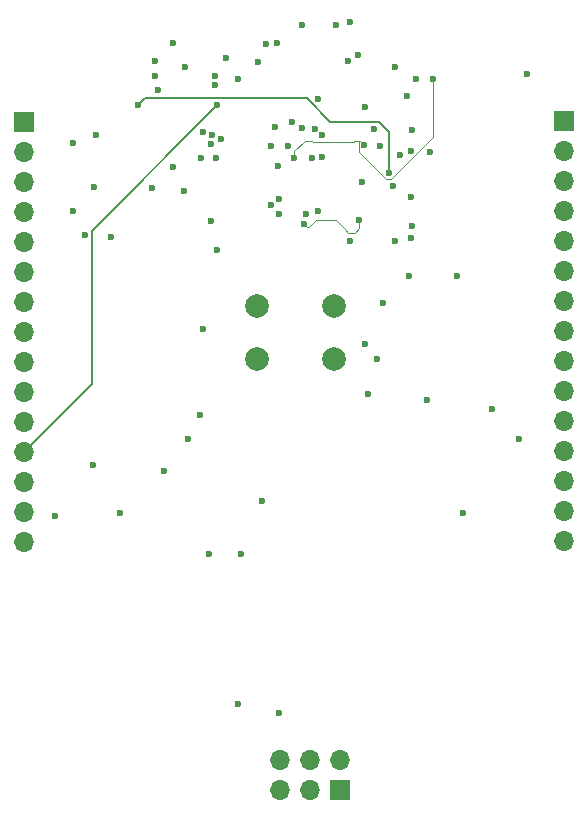
<source format=gbr>
%TF.GenerationSoftware,KiCad,Pcbnew,9.0.0*%
%TF.CreationDate,2025-04-07T20:23:24+05:30*%
%TF.ProjectId,arduino nano clone,61726475-696e-46f2-906e-616e6f20636c,rev?*%
%TF.SameCoordinates,Original*%
%TF.FileFunction,Copper,L8,Inr*%
%TF.FilePolarity,Positive*%
%FSLAX46Y46*%
G04 Gerber Fmt 4.6, Leading zero omitted, Abs format (unit mm)*
G04 Created by KiCad (PCBNEW 9.0.0) date 2025-04-07 20:23:24*
%MOMM*%
%LPD*%
G01*
G04 APERTURE LIST*
%TA.AperFunction,ComponentPad*%
%ADD10R,1.700000X1.700000*%
%TD*%
%TA.AperFunction,ComponentPad*%
%ADD11O,1.700000X1.700000*%
%TD*%
%TA.AperFunction,ComponentPad*%
%ADD12C,2.000000*%
%TD*%
%TA.AperFunction,ViaPad*%
%ADD13C,0.600000*%
%TD*%
%TA.AperFunction,Conductor*%
%ADD14C,0.200000*%
%TD*%
%TA.AperFunction,Conductor*%
%ADD15C,0.010000*%
%TD*%
G04 APERTURE END LIST*
D10*
%TO.N,/D1{slash}TX*%
%TO.C,J3*%
X176377380Y-73380000D03*
D11*
%TO.N,/D0{slash}RX*%
X176377380Y-75920000D03*
%TO.N,/RESET*%
X176377380Y-78460000D03*
%TO.N,GND*%
X176377380Y-81000000D03*
%TO.N,/D2*%
X176377380Y-83540000D03*
%TO.N,/D3*%
X176377380Y-86080000D03*
%TO.N,/D4*%
X176377380Y-88620000D03*
%TO.N,/D5*%
X176377380Y-91160000D03*
%TO.N,/D6*%
X176377380Y-93700000D03*
%TO.N,/D7*%
X176377380Y-96240000D03*
%TO.N,/D8*%
X176377380Y-98780000D03*
%TO.N,/D9*%
X176377380Y-101320000D03*
%TO.N,/D10*%
X176377380Y-103860000D03*
%TO.N,/D11{slash}MOSI*%
X176377380Y-106400000D03*
%TO.N,/D12{slash}MISO*%
X176377380Y-108940000D03*
%TD*%
D10*
%TO.N,VCC*%
%TO.C,J4*%
X130627380Y-73420000D03*
D11*
%TO.N,GND*%
X130627380Y-75960000D03*
%TO.N,/RESET*%
X130627380Y-78500000D03*
%TO.N,+5V*%
X130627380Y-81040000D03*
%TO.N,/A7*%
X130627380Y-83580000D03*
%TO.N,/A6*%
X130627380Y-86120000D03*
%TO.N,/A5*%
X130627380Y-88660000D03*
%TO.N,/A4*%
X130627380Y-91200000D03*
%TO.N,/A3*%
X130627380Y-93740000D03*
%TO.N,/A2*%
X130627380Y-96280000D03*
%TO.N,/A1*%
X130627380Y-98820000D03*
%TO.N,/A0*%
X130627380Y-101360000D03*
%TO.N,/AREF*%
X130627380Y-103900000D03*
%TO.N,+3V3*%
X130627380Y-106440000D03*
%TO.N,/D13{slash}SCK*%
X130627380Y-108980000D03*
%TD*%
D10*
%TO.N,/D12{slash}MISO*%
%TO.C,J2*%
X157402380Y-130025000D03*
D11*
%TO.N,+5V*%
X157402380Y-127485000D03*
%TO.N,/D13{slash}SCK*%
X154862380Y-130025000D03*
%TO.N,/D11{slash}MOSI*%
X154862380Y-127485000D03*
%TO.N,/RESET*%
X152322380Y-130025000D03*
%TO.N,GND*%
X152322380Y-127485000D03*
%TD*%
D12*
%TO.N,Net-(U1-~{RESET}{slash}PC6)*%
%TO.C,SW1*%
X156877380Y-89000000D03*
X150377380Y-89000000D03*
%TO.N,GND*%
X156877380Y-93500000D03*
X150377380Y-93500000D03*
%TD*%
D13*
%TO.N,*%
X162450000Y-76200000D03*
X136560000Y-78940000D03*
X163450000Y-74150000D03*
X141450000Y-79000000D03*
%TO.N,GND*%
X150754760Y-105500000D03*
X145504760Y-98250000D03*
X159480000Y-72190000D03*
X158254760Y-83500000D03*
X163379178Y-75876996D03*
X170254760Y-97750000D03*
X145600000Y-76440000D03*
%TO.N,/AREF*%
X155852378Y-76370000D03*
X163504760Y-82250000D03*
%TO.N,Net-(U1-XTAL2{slash}PB7)*%
X155004760Y-76500000D03*
X136754760Y-74500000D03*
%TO.N,Net-(U1-XTAL1{slash}PB6)*%
X140254760Y-72000000D03*
X161504760Y-77750000D03*
X159254760Y-78500000D03*
%TO.N,+5V*%
X137960000Y-83200000D03*
X136504760Y-102500000D03*
X147310000Y-74840000D03*
X165270000Y-69810000D03*
X159399791Y-75366031D03*
X153494760Y-76480000D03*
X149004760Y-110000000D03*
X164754760Y-97000000D03*
X146254760Y-110000000D03*
X163780000Y-69810000D03*
%TO.N,Net-(U3-DTR)*%
X141754760Y-68250000D03*
X145754760Y-74250000D03*
%TO.N,Net-(D4-A)*%
X167254760Y-86500000D03*
X163254760Y-86500000D03*
X161004760Y-88750000D03*
%TO.N,VCC*%
X148754760Y-122750000D03*
X134754760Y-75250000D03*
X133254760Y-106750000D03*
X134754760Y-81000000D03*
X154127380Y-65250000D03*
X152254760Y-123500000D03*
X135754760Y-83000000D03*
%TO.N,Net-(J1-D+)*%
X162004760Y-83500000D03*
X157004760Y-65250000D03*
%TO.N,Net-(J1-ID)*%
X163424760Y-79790000D03*
X154354760Y-82050000D03*
X159014760Y-81750000D03*
X161834760Y-78840000D03*
X158254760Y-65000000D03*
X163374760Y-83280000D03*
%TO.N,/D12{slash}MISO*%
X146882281Y-76482719D03*
%TO.N,/D13{slash}SCK*%
X146442939Y-75325001D03*
%TO.N,/D11{slash}MOSI*%
X159504760Y-92250000D03*
X167754760Y-106500000D03*
X160504760Y-93500000D03*
X159754760Y-96500000D03*
X147004760Y-84250000D03*
X153004760Y-75500000D03*
%TO.N,/D8*%
X151504760Y-80500000D03*
%TO.N,/D4*%
X155852378Y-74560000D03*
X158055760Y-68301000D03*
%TO.N,/D3*%
X160254760Y-74000000D03*
X155254760Y-74000000D03*
%TO.N,/D0{slash}RX*%
X151084760Y-66820000D03*
X158877380Y-67750000D03*
%TO.N,/D7*%
X145754760Y-91000000D03*
X172504760Y-100250000D03*
X152254760Y-81250000D03*
%TO.N,/D6*%
X154504760Y-81250000D03*
%TO.N,/D2*%
X155504760Y-71500000D03*
X163090000Y-71249000D03*
%TO.N,/D9*%
X151504760Y-75500000D03*
%TO.N,/D1{slash}TX*%
X152004760Y-66750000D03*
X162004760Y-68750000D03*
%TO.N,/D10*%
X152174760Y-79920000D03*
X146414760Y-81840000D03*
X144204760Y-79260000D03*
%TO.N,/D5*%
X155504760Y-81000000D03*
%TO.N,/A0*%
X147004760Y-72000000D03*
%TO.N,/A1*%
X146754760Y-70300003D03*
%TO.N,/A6*%
X146554762Y-74499000D03*
%TO.N,/A3*%
X141754760Y-69500000D03*
X146754760Y-69500000D03*
%TO.N,/A2*%
X148754760Y-69750000D03*
X143254760Y-66750000D03*
%TO.N,/A4*%
X150424760Y-68330000D03*
%TO.N,/A7*%
X152134760Y-77200000D03*
X151894760Y-73860000D03*
%TO.N,/A5*%
X153354760Y-73410000D03*
%TO.N,Net-(U1-~{RESET}{slash}PC6)*%
X144504760Y-100250000D03*
X154153760Y-73960000D03*
X147754760Y-68000000D03*
X144254760Y-68750000D03*
X142504760Y-103000000D03*
%TO.N,/RX*%
X142004760Y-70750000D03*
X138754760Y-106500000D03*
%TO.N,/TX*%
X143254760Y-77250000D03*
X160805760Y-75449000D03*
%TO.N,Net-(U3-CBUS0)*%
X173184760Y-69360000D03*
%TO.N,Net-(U3-CBUS1)*%
X165004760Y-76000000D03*
%TD*%
D14*
%TO.N,Net-(U1-XTAL1{slash}PB6)*%
X140855760Y-71399000D02*
X154553817Y-71399000D01*
X140254760Y-72000000D02*
X140855760Y-71399000D01*
X160754760Y-73500000D02*
X161504760Y-74250000D01*
X154553817Y-71399000D02*
X156553817Y-73399000D01*
X160653760Y-73399000D02*
X160754760Y-73500000D01*
X161504760Y-74250000D02*
X161504760Y-77750000D01*
X156553817Y-73399000D02*
X160653760Y-73399000D01*
D15*
%TO.N,+5V*%
X158464760Y-75160000D02*
X158624760Y-75000000D01*
X159010000Y-75000000D02*
X159033760Y-75000000D01*
X155024760Y-75060000D02*
X155024760Y-75080000D01*
X159033760Y-75000000D02*
X159399791Y-75366031D01*
X159010000Y-75000000D02*
X159010000Y-75970833D01*
X155104760Y-75160000D02*
X158464760Y-75160000D01*
X155004760Y-75040000D02*
X155024760Y-75060000D01*
X161295167Y-78256000D02*
X161714353Y-78256000D01*
X161714353Y-78256000D02*
X165270000Y-74700353D01*
X158624760Y-75000000D02*
X159010000Y-75000000D01*
X153524760Y-75890000D02*
X154374760Y-75040000D01*
X154374760Y-75040000D02*
X155004760Y-75040000D01*
X155024760Y-75080000D02*
X155104760Y-75160000D01*
X153494760Y-76480000D02*
X153524760Y-76450000D01*
X165270000Y-69810000D02*
X165270000Y-69770000D01*
X165270000Y-74700353D02*
X165270000Y-69810000D01*
X159010000Y-75970833D02*
X161295167Y-78256000D01*
X153524760Y-76450000D02*
X153524760Y-75890000D01*
%TO.N,Net-(J1-ID)*%
X154564760Y-82290000D02*
X154354760Y-82080000D01*
X154794760Y-82290000D02*
X154564760Y-82290000D01*
X158054760Y-82800000D02*
X157774760Y-82520000D01*
X157004760Y-81750000D02*
X155924760Y-81750000D01*
X159014760Y-81750000D02*
X159014760Y-82420000D01*
X159014760Y-82420000D02*
X158634760Y-82800000D01*
X158634760Y-82800000D02*
X158054760Y-82800000D01*
X157774760Y-82520000D02*
X157004760Y-81750000D01*
X155924760Y-81750000D02*
X155334760Y-81750000D01*
X154354760Y-82080000D02*
X154354760Y-82050000D01*
X155334760Y-81750000D02*
X154794760Y-82290000D01*
D14*
%TO.N,/A0*%
X136355760Y-95631620D02*
X136355760Y-82649000D01*
X136355760Y-82649000D02*
X147004760Y-72000000D01*
X130627380Y-101360000D02*
X136355760Y-95631620D01*
%TD*%
M02*

</source>
